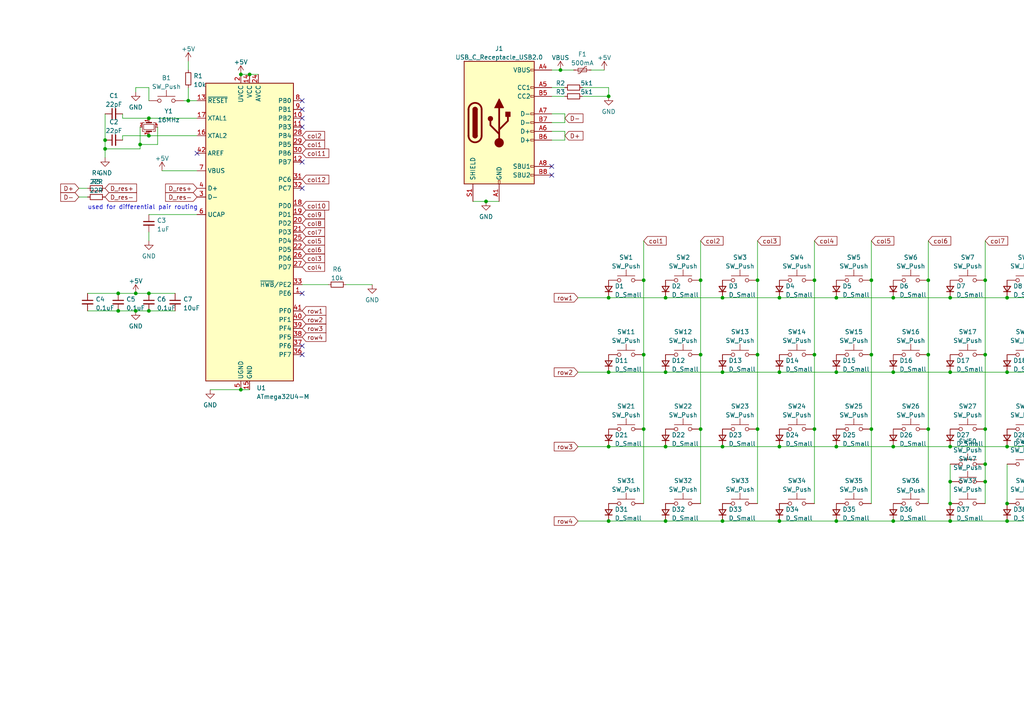
<source format=kicad_sch>
(kicad_sch (version 20211123) (generator eeschema)
  (paper "A4")
  (junction (at 30.48 40.64))
  (junction (at 193.04 86.36))
  (junction (at 351.79 81.28))
  (junction (at 275.59 86.36))
  (junction (at 259.08 151.13))
  (junction (at 236.22 81.28))
  (junction (at 39.37 90.17))
  (junction (at 43.18 39.37))
  (junction (at 209.55 86.36))
  (junction (at 236.22 102.87))
  (junction (at 341.63 151.13))
  (junction (at 275.59 139.7))
  (junction (at 252.73 102.87))
  (junction (at 292.1 151.13))
  (junction (at 219.71 102.87))
  (junction (at 219.71 81.28))
  (junction (at 242.57 107.95))
  (junction (at 209.55 107.95))
  (junction (at 292.1 146.05))
  (junction (at 358.14 86.36))
  (junction (at 209.55 129.54))
  (junction (at 285.75 124.46))
  (junction (at 34.29 90.17))
  (junction (at 259.08 86.36))
  (junction (at 308.61 151.13))
  (junction (at 325.12 107.95))
  (junction (at 203.2 102.87))
  (junction (at 325.12 151.13))
  (junction (at 269.24 124.46))
  (junction (at 226.06 86.36))
  (junction (at 203.2 81.28))
  (junction (at 43.18 90.17))
  (junction (at 335.28 102.87))
  (junction (at 358.14 129.54))
  (junction (at 176.53 86.36))
  (junction (at 308.61 107.95))
  (junction (at 252.73 81.28))
  (junction (at 176.53 151.13))
  (junction (at 358.14 107.95))
  (junction (at 368.3 124.46))
  (junction (at 186.69 102.87))
  (junction (at 292.1 86.36))
  (junction (at 292.1 129.54))
  (junction (at 219.71 124.46))
  (junction (at 302.26 81.28))
  (junction (at 368.3 81.28))
  (junction (at 275.59 107.95))
  (junction (at 335.28 81.28))
  (junction (at 285.75 81.28))
  (junction (at 34.29 85.09))
  (junction (at 285.75 139.7))
  (junction (at 318.77 81.28))
  (junction (at 318.77 124.46))
  (junction (at 242.57 129.54))
  (junction (at 325.12 129.54))
  (junction (at 351.79 102.87))
  (junction (at 275.59 151.13))
  (junction (at 242.57 151.13))
  (junction (at 226.06 107.95))
  (junction (at 236.22 124.46))
  (junction (at 368.3 102.87))
  (junction (at 69.85 21.59))
  (junction (at 335.28 124.46))
  (junction (at 318.77 102.87))
  (junction (at 140.97 58.42))
  (junction (at 209.55 151.13))
  (junction (at 226.06 151.13))
  (junction (at 341.63 86.36))
  (junction (at 40.64 41.91))
  (junction (at 226.06 129.54))
  (junction (at 43.18 85.09))
  (junction (at 302.26 102.87))
  (junction (at 302.26 124.46))
  (junction (at 341.63 129.54))
  (junction (at 176.53 107.95))
  (junction (at 43.18 34.29))
  (junction (at 269.24 102.87))
  (junction (at 193.04 107.95))
  (junction (at 302.26 134.62))
  (junction (at 176.53 27.94))
  (junction (at 72.39 21.59))
  (junction (at 269.24 81.28))
  (junction (at 242.57 86.36))
  (junction (at 275.59 129.54))
  (junction (at 54.61 29.21))
  (junction (at 259.08 129.54))
  (junction (at 325.12 86.36))
  (junction (at 176.53 129.54))
  (junction (at 186.69 81.28))
  (junction (at 252.73 124.46))
  (junction (at 162.56 20.32))
  (junction (at 351.79 124.46))
  (junction (at 186.69 124.46))
  (junction (at 193.04 151.13))
  (junction (at 259.08 107.95))
  (junction (at 69.85 113.03))
  (junction (at 308.61 86.36))
  (junction (at 308.61 129.54))
  (junction (at 275.59 146.05))
  (junction (at 292.1 107.95))
  (junction (at 285.75 102.87))
  (junction (at 358.14 151.13))
  (junction (at 39.37 85.09))
  (junction (at 203.2 124.46))
  (junction (at 341.63 107.95))
  (junction (at 285.75 134.62))
  (junction (at 193.04 129.54))
  (junction (at 30.48 43.18))
  (no_connect (at 57.15 44.45))
  (no_connect (at 87.63 54.61))
  (no_connect (at 87.63 36.83))
  (no_connect (at 87.63 34.29))
  (no_connect (at 87.63 31.75))
  (no_connect (at 87.63 29.21))
  (no_connect (at 87.63 46.99))
  (no_connect (at 87.63 85.09))
  (no_connect (at 87.63 100.33))
  (no_connect (at 87.63 102.87))
  (no_connect (at 160.02 50.8))
  (no_connect (at 160.02 48.26))
  (wire (pts (xy 236.22 124.46) (xy 236.22 146.05)))
  (wire (pts (xy 285.75 139.7) (xy 285.75 146.05)))
  (wire (pts (xy 318.77 124.46) (xy 318.77 146.05)))
  (wire (pts (xy 87.63 82.55) (xy 95.25 82.55)))
  (wire (pts (xy 137.16 58.42) (xy 140.97 58.42)))
  (wire (pts (xy 176.53 151.13) (xy 193.04 151.13)))
  (wire (pts (xy 275.59 134.62) (xy 275.59 139.7)))
  (wire (pts (xy 269.24 124.46) (xy 269.24 146.05)))
  (wire (pts (xy 318.77 102.87) (xy 318.77 124.46)))
  (wire (pts (xy 285.75 134.62) (xy 285.75 139.7)))
  (wire (pts (xy 46.99 49.53) (xy 57.15 49.53)))
  (wire (pts (xy 43.18 39.37) (xy 57.15 39.37)))
  (wire (pts (xy 168.91 27.94) (xy 176.53 27.94)))
  (wire (pts (xy 209.55 86.36) (xy 226.06 86.36)))
  (wire (pts (xy 252.73 81.28) (xy 252.73 102.87)))
  (wire (pts (xy 308.61 107.95) (xy 325.12 107.95)))
  (wire (pts (xy 242.57 107.95) (xy 259.08 107.95)))
  (wire (pts (xy 39.37 85.09) (xy 43.18 85.09)))
  (wire (pts (xy 318.77 69.85) (xy 318.77 81.28)))
  (wire (pts (xy 302.26 81.28) (xy 302.26 102.87)))
  (wire (pts (xy 219.71 124.46) (xy 219.71 146.05)))
  (wire (pts (xy 242.57 129.54) (xy 259.08 129.54)))
  (wire (pts (xy 39.37 25.4) (xy 39.37 26.67)))
  (wire (pts (xy 160.02 33.02) (xy 163.83 33.02)))
  (wire (pts (xy 318.77 81.28) (xy 318.77 102.87)))
  (wire (pts (xy 292.1 129.54) (xy 308.61 129.54)))
  (wire (pts (xy 259.08 86.36) (xy 275.59 86.36)))
  (wire (pts (xy 325.12 107.95) (xy 341.63 107.95)))
  (wire (pts (xy 285.75 102.87) (xy 285.75 124.46)))
  (wire (pts (xy 54.61 25.4) (xy 54.61 29.21)))
  (wire (pts (xy 308.61 151.13) (xy 325.12 151.13)))
  (wire (pts (xy 40.64 41.91) (xy 40.64 36.83)))
  (wire (pts (xy 252.73 69.85) (xy 252.73 81.28)))
  (wire (pts (xy 45.72 36.83) (xy 45.72 41.91)))
  (wire (pts (xy 259.08 129.54) (xy 275.59 129.54)))
  (wire (pts (xy 186.69 124.46) (xy 186.69 146.05)))
  (wire (pts (xy 368.3 69.85) (xy 368.3 81.28)))
  (wire (pts (xy 242.57 151.13) (xy 259.08 151.13)))
  (wire (pts (xy 167.64 129.54) (xy 176.53 129.54)))
  (wire (pts (xy 171.45 20.32) (xy 175.26 20.32)))
  (wire (pts (xy 358.14 86.36) (xy 374.65 86.36)))
  (wire (pts (xy 351.79 69.85) (xy 351.79 81.28)))
  (wire (pts (xy 176.53 25.4) (xy 176.53 27.94)))
  (wire (pts (xy 69.85 113.03) (xy 72.39 113.03)))
  (wire (pts (xy 219.71 81.28) (xy 219.71 102.87)))
  (wire (pts (xy 43.18 25.4) (xy 39.37 25.4)))
  (wire (pts (xy 302.26 124.46) (xy 302.26 134.62)))
  (wire (pts (xy 69.85 21.59) (xy 72.39 21.59)))
  (wire (pts (xy 43.18 39.37) (xy 35.56 39.37)))
  (wire (pts (xy 351.79 124.46) (xy 351.79 146.05)))
  (wire (pts (xy 168.91 25.4) (xy 176.53 25.4)))
  (wire (pts (xy 308.61 129.54) (xy 325.12 129.54)))
  (wire (pts (xy 22.86 54.61) (xy 25.4 54.61)))
  (wire (pts (xy 325.12 86.36) (xy 341.63 86.36)))
  (wire (pts (xy 54.61 29.21) (xy 57.15 29.21)))
  (wire (pts (xy 35.56 33.02) (xy 35.56 34.29)))
  (wire (pts (xy 308.61 86.36) (xy 325.12 86.36)))
  (wire (pts (xy 292.1 151.13) (xy 308.61 151.13)))
  (wire (pts (xy 335.28 102.87) (xy 335.28 124.46)))
  (wire (pts (xy 203.2 124.46) (xy 203.2 146.05)))
  (wire (pts (xy 259.08 107.95) (xy 275.59 107.95)))
  (wire (pts (xy 226.06 86.36) (xy 242.57 86.36)))
  (wire (pts (xy 176.53 86.36) (xy 193.04 86.36)))
  (wire (pts (xy 292.1 134.62) (xy 292.1 146.05)))
  (wire (pts (xy 43.18 85.09) (xy 50.8 85.09)))
  (wire (pts (xy 275.59 129.54) (xy 292.1 129.54)))
  (wire (pts (xy 275.59 107.95) (xy 292.1 107.95)))
  (wire (pts (xy 275.59 139.7) (xy 275.59 146.05)))
  (wire (pts (xy 35.56 39.37) (xy 35.56 40.64)))
  (wire (pts (xy 341.63 86.36) (xy 358.14 86.36)))
  (wire (pts (xy 186.69 81.28) (xy 186.69 102.87)))
  (wire (pts (xy 358.14 151.13) (xy 374.65 151.13)))
  (wire (pts (xy 167.64 107.95) (xy 176.53 107.95)))
  (wire (pts (xy 100.33 82.55) (xy 107.95 82.55)))
  (wire (pts (xy 209.55 129.54) (xy 226.06 129.54)))
  (wire (pts (xy 269.24 69.85) (xy 269.24 81.28)))
  (wire (pts (xy 72.39 21.59) (xy 74.93 21.59)))
  (wire (pts (xy 25.4 85.09) (xy 34.29 85.09)))
  (wire (pts (xy 39.37 90.17) (xy 43.18 90.17)))
  (wire (pts (xy 43.18 29.21) (xy 43.18 25.4)))
  (wire (pts (xy 368.3 81.28) (xy 368.3 102.87)))
  (wire (pts (xy 163.83 38.1) (xy 163.83 40.64)))
  (wire (pts (xy 269.24 102.87) (xy 269.24 124.46)))
  (wire (pts (xy 22.86 57.15) (xy 25.4 57.15)))
  (wire (pts (xy 203.2 102.87) (xy 203.2 124.46)))
  (wire (pts (xy 285.75 124.46) (xy 285.75 134.62)))
  (wire (pts (xy 43.18 62.23) (xy 57.15 62.23)))
  (wire (pts (xy 43.18 34.29) (xy 57.15 34.29)))
  (wire (pts (xy 43.18 90.17) (xy 50.8 90.17)))
  (wire (pts (xy 275.59 86.36) (xy 292.1 86.36)))
  (wire (pts (xy 358.14 107.95) (xy 374.65 107.95)))
  (wire (pts (xy 341.63 129.54) (xy 358.14 129.54)))
  (wire (pts (xy 186.69 69.85) (xy 186.69 81.28)))
  (wire (pts (xy 325.12 151.13) (xy 341.63 151.13)))
  (wire (pts (xy 341.63 151.13) (xy 358.14 151.13)))
  (wire (pts (xy 226.06 107.95) (xy 242.57 107.95)))
  (wire (pts (xy 259.08 151.13) (xy 275.59 151.13)))
  (wire (pts (xy 341.63 107.95) (xy 358.14 107.95)))
  (wire (pts (xy 193.04 151.13) (xy 209.55 151.13)))
  (wire (pts (xy 285.75 81.28) (xy 285.75 102.87)))
  (wire (pts (xy 34.29 90.17) (xy 39.37 90.17)))
  (wire (pts (xy 186.69 102.87) (xy 186.69 124.46)))
  (wire (pts (xy 30.48 43.18) (xy 40.64 43.18)))
  (wire (pts (xy 43.18 67.31) (xy 43.18 69.85)))
  (wire (pts (xy 219.71 102.87) (xy 219.71 124.46)))
  (wire (pts (xy 325.12 129.54) (xy 341.63 129.54)))
  (wire (pts (xy 335.28 81.28) (xy 335.28 102.87)))
  (wire (pts (xy 351.79 81.28) (xy 351.79 102.87)))
  (wire (pts (xy 368.3 102.87) (xy 368.3 124.46)))
  (wire (pts (xy 236.22 81.28) (xy 236.22 102.87)))
  (wire (pts (xy 358.14 129.54) (xy 374.65 129.54)))
  (wire (pts (xy 219.71 69.85) (xy 219.71 81.28)))
  (wire (pts (xy 368.3 124.46) (xy 368.3 146.05)))
  (wire (pts (xy 60.96 113.03) (xy 69.85 113.03)))
  (wire (pts (xy 53.34 29.21) (xy 54.61 29.21)))
  (wire (pts (xy 252.73 124.46) (xy 252.73 146.05)))
  (wire (pts (xy 351.79 102.87) (xy 351.79 124.46)))
  (wire (pts (xy 203.2 81.28) (xy 203.2 102.87)))
  (wire (pts (xy 335.28 124.46) (xy 335.28 146.05)))
  (wire (pts (xy 160.02 35.56) (xy 163.83 35.56)))
  (wire (pts (xy 54.61 17.78) (xy 54.61 20.32)))
  (wire (pts (xy 160.02 38.1) (xy 163.83 38.1)))
  (wire (pts (xy 236.22 102.87) (xy 236.22 124.46)))
  (wire (pts (xy 242.57 86.36) (xy 259.08 86.36)))
  (wire (pts (xy 285.75 69.85) (xy 285.75 81.28)))
  (wire (pts (xy 209.55 107.95) (xy 226.06 107.95)))
  (wire (pts (xy 302.26 69.85) (xy 302.26 81.28)))
  (wire (pts (xy 160.02 27.94) (xy 163.83 27.94)))
  (wire (pts (xy 160.02 25.4) (xy 163.83 25.4)))
  (wire (pts (xy 226.06 151.13) (xy 242.57 151.13)))
  (wire (pts (xy 292.1 86.36) (xy 308.61 86.36)))
  (wire (pts (xy 30.48 40.64) (xy 30.48 43.18)))
  (wire (pts (xy 45.72 41.91) (xy 40.64 41.91)))
  (wire (pts (xy 269.24 81.28) (xy 269.24 102.87)))
  (wire (pts (xy 302.26 102.87) (xy 302.26 124.46)))
  (wire (pts (xy 167.64 86.36) (xy 176.53 86.36)))
  (wire (pts (xy 209.55 151.13) (xy 226.06 151.13)))
  (wire (pts (xy 30.48 33.02) (xy 30.48 40.64)))
  (wire (pts (xy 193.04 107.95) (xy 209.55 107.95)))
  (wire (pts (xy 162.56 20.32) (xy 166.37 20.32)))
  (wire (pts (xy 193.04 129.54) (xy 209.55 129.54)))
  (wire (pts (xy 275.59 151.13) (xy 292.1 151.13)))
  (wire (pts (xy 252.73 102.87) (xy 252.73 124.46)))
  (wire (pts (xy 335.28 69.85) (xy 335.28 81.28)))
  (wire (pts (xy 160.02 20.32) (xy 162.56 20.32)))
  (wire (pts (xy 40.64 41.91) (xy 40.64 43.18)))
  (wire (pts (xy 30.48 43.18) (xy 30.48 45.72)))
  (wire (pts (xy 25.4 90.17) (xy 34.29 90.17)))
  (wire (pts (xy 163.83 35.56) (xy 163.83 33.02)))
  (wire (pts (xy 292.1 107.95) (xy 308.61 107.95)))
  (wire (pts (xy 167.64 151.13) (xy 176.53 151.13)))
  (wire (pts (xy 226.06 129.54) (xy 242.57 129.54)))
  (wire (pts (xy 34.29 85.09) (xy 39.37 85.09)))
  (wire (pts (xy 203.2 69.85) (xy 203.2 81.28)))
  (wire (pts (xy 193.04 86.36) (xy 209.55 86.36)))
  (wire (pts (xy 160.02 40.64) (xy 163.83 40.64)))
  (wire (pts (xy 302.26 134.62) (xy 302.26 146.05)))
  (wire (pts (xy 43.18 34.29) (xy 35.56 34.29)))
  (wire (pts (xy 176.53 129.54) (xy 193.04 129.54)))
  (wire (pts (xy 236.22 69.85) (xy 236.22 81.28)))
  (wire (pts (xy 176.53 107.95) (xy 193.04 107.95)))
  (wire (pts (xy 140.97 58.42) (xy 144.78 58.42)))
  (text "used for differential pair routing\n" (at 25.4 60.96 0) (effects (font (size 1.27 1.27)) (justify left bottom)))
  (global_label "col2" (shape input) (at 203.2 69.85 0) (property "Intersheet References" "${INTERSHEET_REFS}" (effects hide)))
  (global_label "col9" (shape input) (at 318.77 69.85 0) (property "Intersheet References" "${INTERSHEET_REFS}" (effects hide)))
  (global_label "D+" (shape input) (at 22.86 54.61 180) (property "Intersheet References" "${INTERSHEET_REFS}" (effects hide)))
  (global_label "col6" (shape input) (at 269.24 69.85 0) (property "Intersheet References" "${INTERSHEET_REFS}" (effects hide)))
  (global_label "col2" (shape input) (at 87.63 39.37 0) (property "Intersheet References" "${INTERSHEET_REFS}" (effects hide)))
  (global_label "col1" (shape input) (at 186.69 69.85 0) (property "Intersheet References" "${INTERSHEET_REFS}" (effects hide)))
  (global_label "D-" (shape input) (at 22.86 57.15 180) (property "Intersheet References" "${INTERSHEET_REFS}" (effects hide)))
  (global_label "col4" (shape input) (at 87.63 77.47 0) (property "Intersheet References" "${INTERSHEET_REFS}" (effects hide)))
  (global_label "row1" (shape input) (at 87.63 90.17 0) (property "Intersheet References" "${INTERSHEET_REFS}" (effects hide)))
  (global_label "D_res-" (shape input) (at 30.48 57.15 0) (property "Intersheet References" "${INTERSHEET_REFS}" (effects hide)))
  (global_label "row3" (shape input) (at 167.64 129.54 180) (property "Intersheet References" "${INTERSHEET_REFS}" (effects hide)))
  (global_label "col7" (shape input) (at 87.63 67.31 0) (property "Intersheet References" "${INTERSHEET_REFS}" (effects hide)))
  (global_label "row4" (shape input) (at 87.63 97.79 0) (property "Intersheet References" "${INTERSHEET_REFS}" (effects hide)))
  (global_label "D-" (shape input) (at 163.83 34.29 0) (property "Intersheet References" "${INTERSHEET_REFS}" (effects hide)))
  (global_label "D_res-" (shape input) (at 57.15 57.15 180) (property "Intersheet References" "${INTERSHEET_REFS}" (effects hide)))
  (global_label "row1" (shape input) (at 167.64 86.36 180) (property "Intersheet References" "${INTERSHEET_REFS}" (effects hide)))
  (global_label "col10" (shape input) (at 335.28 69.85 0) (property "Intersheet References" "${INTERSHEET_REFS}" (effects hide)))
  (global_label "col8" (shape input) (at 87.63 64.77 0) (property "Intersheet References" "${INTERSHEET_REFS}" (effects hide)))
  (global_label "col3" (shape input) (at 87.63 74.93 0) (property "Intersheet References" "${INTERSHEET_REFS}" (effects hide)))
  (global_label "col1" (shape input) (at 87.63 41.91 0) (property "Intersheet References" "${INTERSHEET_REFS}" (effects hide)))
  (global_label "col11" (shape input) (at 87.63 44.45 0) (property "Intersheet References" "${INTERSHEET_REFS}" (effects hide)))
  (global_label "col3" (shape input) (at 219.71 69.85 0) (property "Intersheet References" "${INTERSHEET_REFS}" (effects hide)))
  (global_label "col10" (shape input) (at 87.63 59.69 0) (property "Intersheet References" "${INTERSHEET_REFS}" (effects hide)))
  (global_label "col12" (shape input) (at 87.63 52.07 0) (property "Intersheet References" "${INTERSHEET_REFS}" (effects hide)))
  (global_label "row3" (shape input) (at 87.63 95.25 0) (property "Intersheet References" "${INTERSHEET_REFS}" (effects hide)))
  (global_label "col9" (shape input) (at 87.63 62.23 0) (property "Intersheet References" "${INTERSHEET_REFS}" (effects hide)))
  (global_label "col7" (shape input) (at 285.75 69.85 0) (property "Intersheet References" "${INTERSHEET_REFS}" (effects hide)))
  (global_label "col8" (shape input) (at 302.26 69.85 0) (property "Intersheet References" "${INTERSHEET_REFS}" (effects hide)))
  (global_label "row2" (shape input) (at 167.64 107.95 180) (property "Intersheet References" "${INTERSHEET_REFS}" (effects hide)))
  (global_label "D_res+" (shape input) (at 57.15 54.61 180) (property "Intersheet References" "${INTERSHEET_REFS}" (effects hide)))
  (global_label "col4" (shape input) (at 236.22 69.85 0) (property "Intersheet References" "${INTERSHEET_REFS}" (effects hide)))
  (global_label "col11" (shape input) (at 351.79 69.85 0) (property "Intersheet References" "${INTERSHEET_REFS}" (effects hide)))
  (global_label "col5" (shape input) (at 87.63 69.85 0) (property "Intersheet References" "${INTERSHEET_REFS}" (effects hide)))
  (global_label "row2" (shape input) (at 87.63 92.71 0) (property "Intersheet References" "${INTERSHEET_REFS}" (effects hide)))
  (global_label "D+" (shape input) (at 163.83 39.37 0) (property "Intersheet References" "${INTERSHEET_REFS}" (effects hide)))
  (global_label "col6" (shape input) (at 87.63 72.39 0) (property "Intersheet References" "${INTERSHEET_REFS}" (effects hide)))
  (global_label "col12" (shape input) (at 368.3 69.85 0) (property "Intersheet References" "${INTERSHEET_REFS}" (effects hide)))
  (global_label "col5" (shape input) (at 252.73 69.85 0) (property "Intersheet References" "${INTERSHEET_REFS}" (effects hide)))
  (global_label "D_res+" (shape input) (at 30.48 54.61 0) (property "Intersheet References" "${INTERSHEET_REFS}" (effects hide)))
  (global_label "row4" (shape input) (at 167.64 151.13 180) (property "Intersheet References" "${INTERSHEET_REFS}" (effects hide)))
  (symbol (lib_id "Switch:SW_Push") (at 264.16 102.87 0) (unit 1)
    (property "Reference" "SW16" (at 264.16 96.2492 0))
    (property "Value" "SW_Push" (at 264.16 98.7861 0))
    (property "Footprint" "keyswitches:Kailh_socket_PG1350" (effects hide))
  )
  (symbol (lib_id "Device:Crystal_GND24_Small") (at 43.18 36.83 270) (unit 1)
    (property "Reference" "Y1" (at 48.9139 32.2411 90))
    (property "Value" "16MHz" (at 48.9139 34.778 90))
    (property "Footprint" "Crystal:Crystal_SMD_3225-4Pin_3.2x2.5mm" (effects hide))
  )
  (symbol (lib_id "Device:D_Small") (at 308.61 127 90) (unit 1)
    (property "Reference" "D29" (at 310.388 126.1653 90) (effects (justify right)))
    (property "Value" "D_Small" (at 310.388 128.7022 90) (effects (justify right)))
    (property "Footprint" "Diode_SMD:D_SOD-323" (effects hide))
  )
  (symbol (lib_id "power:+5V") (at 175.26 20.32 0) (unit 1)
    (property "Reference" "#PWR03" (effects hide))
    (property "Value" "+5V" (at 175.26 16.7442 0))
  )
  (symbol (lib_id "Device:D_Small") (at 259.08 127 90) (unit 1)
    (property "Reference" "D26" (at 260.858 126.1653 90) (effects (justify right)))
    (property "Value" "D_Small" (at 260.858 128.7022 90) (effects (justify right)))
    (property "Footprint" "Diode_SMD:D_SOD-323" (effects hide))
  )
  (symbol (lib_id "Device:R_Small") (at 27.94 57.15 90) (unit 1)
    (property "Reference" "R5" (at 27.94 52.7136 90))
    (property "Value" "22R" (at 27.94 55.2505 90))
    (property "Footprint" "Resistor_SMD:R_0402_1005Metric" (effects hide))
  )
  (symbol (lib_id "Switch:SW_Push") (at 313.69 81.28 0) (unit 1)
    (property "Reference" "SW9" (at 313.69 74.6592 0))
    (property "Value" "SW_Push" (at 313.69 77.1961 0))
    (property "Footprint" "keyswitches:Kailh_socket_PG1350" (effects hide))
  )
  (symbol (lib_id "Switch:SW_Push") (at 346.71 81.28 0) (unit 1)
    (property "Reference" "SW41" (at 346.71 74.6592 0))
    (property "Value" "SW_Push" (at 346.71 77.1961 0))
    (property "Footprint" "keyswitches:Kailh_socket_PG1350" (effects hide))
  )
  (symbol (lib_id "Switch:SW_Push") (at 181.61 146.05 0) (unit 1)
    (property "Reference" "SW31" (at 181.61 139.4292 0))
    (property "Value" "SW_Push" (at 181.61 141.9661 0))
    (property "Footprint" "keyswitches:Kailh_socket_PG1350" (effects hide))
  )
  (symbol (lib_id "Switch:SW_Push") (at 280.67 134.62 0) (unit 1)
    (property "Reference" "SW50" (at 280.67 127.9992 0))
    (property "Value" "SW_Push" (at 280.67 130.5361 0))
    (property "Footprint" "keyswitches:Kailh_socket_PG1350" (effects hide))
  )
  (symbol (lib_id "Device:D_Small") (at 176.53 83.82 90) (unit 1)
    (property "Reference" "D1" (at 178.308 82.9853 90) (effects (justify right)))
    (property "Value" "D_Small" (at 178.308 85.5222 90) (effects (justify right)))
    (property "Footprint" "Diode_SMD:D_SOD-323" (effects hide))
  )
  (symbol (lib_id "Device:D_Small") (at 209.55 127 90) (unit 1)
    (property "Reference" "D23" (at 211.328 126.1653 90) (effects (justify right)))
    (property "Value" "D_Small" (at 211.328 128.7022 90) (effects (justify right)))
    (property "Footprint" "Diode_SMD:D_SOD-323" (effects hide))
  )
  (symbol (lib_id "Switch:SW_Push") (at 214.63 124.46 0) (unit 1)
    (property "Reference" "SW23" (at 214.63 117.8392 0))
    (property "Value" "SW_Push" (at 214.63 120.3761 0))
    (property "Footprint" "keyswitches:Kailh_socket_PG1350" (effects hide))
  )
  (symbol (lib_id "Device:D_Small") (at 292.1 83.82 90) (unit 1)
    (property "Reference" "D8" (at 293.878 82.9853 90) (effects (justify right)))
    (property "Value" "D_Small" (at 293.878 85.5222 90) (effects (justify right)))
    (property "Footprint" "Diode_SMD:D_SOD-323" (effects hide))
  )
  (symbol (lib_id "Switch:SW_Push") (at 363.22 102.87 0) (unit 1)
    (property "Reference" "SW44" (at 363.22 96.2492 0))
    (property "Value" "SW_Push" (at 363.22 98.7861 0))
    (property "Footprint" "keyswitches:Kailh_socket_PG1350" (effects hide))
  )
  (symbol (lib_id "power:GND") (at 176.53 27.94 0) (unit 1)
    (property "Reference" "#PWR06" (effects hide))
    (property "Value" "GND" (at 176.53 32.3834 0))
  )
  (symbol (lib_id "Switch:SW_Push") (at 231.14 81.28 0) (unit 1)
    (property "Reference" "SW4" (at 231.14 74.6592 0))
    (property "Value" "SW_Push" (at 231.14 77.1961 0))
    (property "Footprint" "keyswitches:Kailh_socket_PG1350" (effects hide))
  )
  (symbol (lib_id "Device:D_Small") (at 193.04 148.59 90) (unit 1)
    (property "Reference" "D32" (at 194.818 147.7553 90) (effects (justify right)))
    (property "Value" "D_Small" (at 194.818 150.2922 90) (effects (justify right)))
    (property "Footprint" "Diode_SMD:D_SOD-323" (effects hide))
  )
  (symbol (lib_id "power:+5V") (at 46.99 49.53 0) (unit 1)
    (property "Reference" "#PWR08" (effects hide))
    (property "Value" "+5V" (at 46.99 45.9542 0))
  )
  (symbol (lib_id "Device:D_Small") (at 209.55 83.82 90) (unit 1)
    (property "Reference" "D3" (at 211.328 82.9853 90) (effects (justify right)))
    (property "Value" "D_Small" (at 211.328 85.5222 90) (effects (justify right)))
    (property "Footprint" "Diode_SMD:D_SOD-323" (effects hide))
  )
  (symbol (lib_id "Switch:SW_Push") (at 214.63 102.87 0) (unit 1)
    (property "Reference" "SW13" (at 214.63 96.2492 0))
    (property "Value" "SW_Push" (at 214.63 98.7861 0))
    (property "Footprint" "keyswitches:Kailh_socket_PG1350" (effects hide))
  )
  (symbol (lib_id "Switch:SW_Push") (at 181.61 124.46 0) (unit 1)
    (property "Reference" "SW21" (at 181.61 117.8392 0))
    (property "Value" "SW_Push" (at 181.61 120.3761 0))
    (property "Footprint" "keyswitches:Kailh_socket_PG1350" (effects hide))
  )
  (symbol (lib_id "power:GND") (at 39.37 90.17 0) (unit 1)
    (property "Reference" "#PWR013" (effects hide))
    (property "Value" "GND" (at 39.37 94.6134 0))
  )
  (symbol (lib_id "Device:D_Small") (at 325.12 83.82 90) (unit 1)
    (property "Reference" "D10" (at 326.898 82.9853 90) (effects (justify right)))
    (property "Value" "D_Small" (at 326.898 85.5222 90) (effects (justify right)))
    (property "Footprint" "Diode_SMD:D_SOD-323" (effects hide))
  )
  (symbol (lib_id "Device:D_Small") (at 193.04 83.82 90) (unit 1)
    (property "Reference" "D2" (at 194.818 82.9853 90) (effects (justify right)))
    (property "Value" "D_Small" (at 194.818 85.5222 90) (effects (justify right)))
    (property "Footprint" "Diode_SMD:D_SOD-323" (effects hide))
  )
  (symbol (lib_id "power:+5V") (at 39.37 85.09 0) (unit 1)
    (property "Reference" "#PWR012" (effects hide))
    (property "Value" "+5V" (at 39.37 81.5142 0))
  )
  (symbol (lib_id "Switch:SW_Push") (at 297.18 134.62 0) (unit 1)
    (property "Reference" "SW51" (at 297.18 127.9992 0))
    (property "Value" "SW_Push" (at 297.18 130.5361 0))
    (property "Footprint" "keyswitches:Kailh_socket_PG1350" (effects hide))
  )
  (symbol (lib_id "Device:D_Small") (at 209.55 148.59 90) (unit 1)
    (property "Reference" "D33" (at 211.328 147.7553 90) (effects (justify right)))
    (property "Value" "D_Small" (at 211.328 150.2922 90) (effects (justify right)))
    (property "Footprint" "Diode_SMD:D_SOD-323" (effects hide))
  )
  (symbol (lib_id "Mechanical:MountingHole") (at 302.26 186.69 0) (unit 1)
    (property "Reference" "H5" (at 304.8 185.8553 0) (effects (justify left)))
    (property "Value" "MountingHole" (at 304.8 188.3922 0) (effects (justify left)))
    (property "Footprint" "MountingHole:MountingHole_2.2mm_M2_ISO7380" (effects hide))
  )
  (symbol (lib_id "Mechanical:MountingHole") (at 309.88 173.99 0) (unit 1)
    (property "Reference" "H2" (at 312.42 173.1553 0) (effects (justify left)))
    (property "Value" "MountingHole" (at 312.42 175.6922 0) (effects (justify left)))
    (property "Footprint" "MountingHole:MountingHole_2.2mm_M2_ISO7380" (effects hide))
  )
  (symbol (lib_id "Device:D_Small") (at 209.55 105.41 90) (unit 1)
    (property "Reference" "D13" (at 211.328 104.5753 90) (effects (justify right)))
    (property "Value" "D_Small" (at 211.328 107.1122 90) (effects (justify right)))
    (property "Footprint" "Diode_SMD:D_SOD-323" (effects hide))
  )
  (symbol (lib_id "Switch:SW_Push") (at 48.26 29.21 0) (unit 1)
    (property "Reference" "B1" (at 48.26 22.5892 0))
    (property "Value" "SW_Push" (at 48.26 25.1261 0))
    (property "Footprint" "Button_Switch_SMD:SW_SPST_SKQG_WithoutStem" (effects hide))
  )
  (symbol (lib_id "Device:D_Small") (at 325.12 127 90) (unit 1)
    (property "Reference" "D30" (at 326.898 126.1653 90) (effects (justify right)))
    (property "Value" "D_Small" (at 326.898 128.7022 90) (effects (justify right)))
    (property "Footprint" "Diode_SMD:D_SOD-323" (effects hide))
  )
  (symbol (lib_id "Switch:SW_Push") (at 330.2 146.05 0) (unit 1)
    (property "Reference" "SW40" (at 330.2 139.4292 0))
    (property "Value" "SW_Push" (at 330.2 141.9661 0))
    (property "Footprint" "keyswitches:Kailh_socket_PG1350" (effects hide))
  )
  (symbol (lib_id "Switch:SW_Push") (at 363.22 81.28 0) (unit 1)
    (property "Reference" "SW42" (at 363.22 74.6592 0))
    (property "Value" "SW_Push" (at 363.22 77.1961 0))
    (property "Footprint" "keyswitches:Kailh_socket_PG1350" (effects hide))
  )
  (symbol (lib_id "Device:D_Small") (at 242.57 148.59 90) (unit 1)
    (property "Reference" "D35" (at 244.348 147.7553 90) (effects (justify right)))
    (property "Value" "D_Small" (at 244.348 150.2922 90) (effects (justify right)))
    (property "Footprint" "Diode_SMD:D_SOD-323" (effects hide))
  )
  (symbol (lib_id "Switch:SW_Push") (at 247.65 146.05 0) (unit 1)
    (property "Reference" "SW35" (at 247.65 139.4292 0))
    (property "Value" "SW_Push" (at 247.65 141.9661 0))
    (property "Footprint" "keyswitches:Kailh_socket_PG1350" (effects hide))
  )
  (symbol (lib_id "Device:C_Small") (at 33.02 33.02 90) (unit 1)
    (property "Reference" "C1" (at 33.0263 27.7581 90))
    (property "Value" "22pF" (at 33.0263 30.295 90))
    (property "Footprint" "Capacitor_SMD:C_0402_1005Metric" (effects hide))
  )
  (symbol (lib_id "Switch:SW_Push") (at 198.12 81.28 0) (unit 1)
    (property "Reference" "SW2" (at 198.12 74.6592 0))
    (property "Value" "SW_Push" (at 198.12 77.1961 0))
    (property "Footprint" "keyswitches:Kailh_socket_PG1350" (effects hide))
  )
  (symbol (lib_id "Device:R_Small") (at 27.94 54.61 90) (unit 1)
    (property "Reference" "R4" (at 27.94 50.1736 90))
    (property "Value" "22R" (at 27.94 52.7105 90))
    (property "Footprint" "Resistor_SMD:R_0402_1005Metric" (effects hide))
  )
  (symbol (lib_id "Switch:SW_Push") (at 313.69 102.87 0) (unit 1)
    (property "Reference" "SW19" (at 313.69 96.2492 0))
    (property "Value" "SW_Push" (at 313.69 98.7861 0))
    (property "Footprint" "keyswitches:Kailh_socket_PG1350" (effects hide))
  )
  (symbol (lib_id "Switch:SW_Push") (at 297.18 81.28 0) (unit 1)
    (property "Reference" "SW8" (at 297.18 74.6592 0))
    (property "Value" "SW_Push" (at 297.18 77.1961 0))
    (property "Footprint" "keyswitches:Kailh_socket_PG1350" (effects hide))
  )
  (symbol (lib_id "Connector:USB_C_Receptacle_USB2.0") (at 144.78 35.56 0) (unit 1)
    (property "Reference" "J1" (at 144.78 14.0802 0))
    (property "Value" "USB_C_Receptacle_USB2.0" (at 144.78 16.6171 0))
    (property "Footprint" "Connector_USB:USB_C_Receptacle_XKB_U262-16XN-4BVC11" (effects hide))
    (property "Datasheet" "https://www.usb.org/sites/default/files/documents/usb_type-c.zip" (effects hide))
  )
  (symbol (lib_id "Device:R_Small") (at 97.79 82.55 90) (unit 1)
    (property "Reference" "R6" (at 97.79 78.1136 90))
    (property "Value" "10k" (at 97.79 80.6505 90))
    (property "Footprint" "Resistor_SMD:R_0402_1005Metric" (effects hide))
  )
  (symbol (lib_id "Device:D_Small") (at 341.63 105.41 90) (unit 1)
    (property "Reference" "D43" (at 343.408 104.5753 90) (effects (justify right)))
    (property "Value" "D_Small" (at 343.408 107.1122 90) (effects (justify right)))
    (property "Footprint" "Diode_SMD:D_SOD-323" (effects hide))
  )
  (symbol (lib_id "Device:D_Small") (at 292.1 127 90) (unit 1)
    (property "Reference" "D28" (at 293.878 126.1653 90) (effects (justify right)))
    (property "Value" "D_Small" (at 293.878 128.7022 90) (effects (justify right)))
    (property "Footprint" "Diode_SMD:D_SOD-323" (effects hide))
  )
  (symbol (lib_id "Device:D_Small") (at 341.63 148.59 90) (unit 1)
    (property "Reference" "D47" (at 343.408 147.7553 90) (effects (justify right)))
    (property "Value" "D_Small" (at 343.408 150.2922 90) (effects (justify right)))
    (property "Footprint" "Diode_SMD:D_SOD-323" (effects hide))
  )
  (symbol (lib_id "power:GND") (at 30.48 45.72 0) (unit 1)
    (property "Reference" "#PWR07" (effects hide))
    (property "Value" "GND" (at 30.48 50.1634 0))
  )
  (symbol (lib_id "Device:D_Small") (at 292.1 148.59 90) (unit 1)
    (property "Reference" "D38" (at 293.878 147.7553 90) (effects (justify right)))
    (property "Value" "D_Small" (at 293.878 150.2922 90) (effects (justify right)))
    (property "Footprint" "Diode_SMD:D_SOD-323" (effects hide))
  )
  (symbol (lib_id "Switch:SW_Push") (at 346.71 124.46 0) (unit 1)
    (property "Reference" "SW45" (at 346.71 117.8392 0))
    (property "Value" "SW_Push" (at 346.71 120.3761 0))
    (property "Footprint" "keyswitches:Kailh_socket_PG1350" (effects hide))
  )
  (symbol (lib_id "Device:D_Small") (at 242.57 83.82 90) (unit 1)
    (property "Reference" "D5" (at 244.348 82.9853 90) (effects (justify right)))
    (property "Value" "D_Small" (at 244.348 85.5222 90) (effects (justify right)))
    (property "Footprint" "Diode_SMD:D_SOD-323" (effects hide))
  )
  (symbol (lib_id "Device:D_Small") (at 176.53 105.41 90) (unit 1)
    (property "Reference" "D11" (at 178.308 104.5753 90) (effects (justify right)))
    (property "Value" "D_Small" (at 178.308 107.1122 90) (effects (justify right)))
    (property "Footprint" "Diode_SMD:D_SOD-323" (effects hide))
  )
  (symbol (lib_id "power:GND") (at 60.96 113.03 0) (unit 1)
    (property "Reference" "#PWR014" (effects hide))
    (property "Value" "GND" (at 60.96 117.4734 0))
  )
  (symbol (lib_id "Device:C_Small") (at 50.8 87.63 0) (unit 1)
    (property "Reference" "C7" (at 53.1241 86.8016 0) (effects (justify left)))
    (property "Value" "10uF" (at 53.1241 89.3385 0) (effects (justify left)))
    (property "Footprint" "Capacitor_SMD:C_0402_1005Metric" (effects hide))
  )
  (symbol (lib_id "Switch:SW_Push") (at 264.16 81.28 0) (unit 1)
    (property "Reference" "SW6" (at 264.16 74.6592 0))
    (property "Value" "SW_Push" (at 264.16 77.1961 0))
    (property "Footprint" "keyswitches:Kailh_socket_PG1350" (effects hide))
  )
  (symbol (lib_id "Device:D_Small") (at 226.06 83.82 90) (unit 1)
    (property "Reference" "D4" (at 227.838 82.9853 90) (effects (justify right)))
    (property "Value" "D_Small" (at 227.838 85.5222 90) (effects (justify right)))
    (property "Footprint" "Diode_SMD:D_SOD-323" (effects hide))
  )
  (symbol (lib_id "Device:D_Small") (at 176.53 127 90) (unit 1)
    (property "Reference" "D21" (at 178.308 126.1653 90) (effects (justify right)))
    (property "Value" "D_Small" (at 178.308 128.7022 90) (effects (justify right)))
    (property "Footprint" "Diode_SMD:D_SOD-323" (effects hide))
  )
  (symbol (lib_id "Switch:SW_Push") (at 231.14 146.05 0) (unit 1)
    (property "Reference" "SW34" (at 231.14 139.4292 0))
    (property "Value" "SW_Push" (at 231.14 141.9661 0))
    (property "Footprint" "keyswitches:Kailh_socket_PG1350" (effects hide))
  )
  (symbol (lib_id "Device:D_Small") (at 308.61 148.59 90) (unit 1)
    (property "Reference" "D39" (at 310.388 147.7553 90) (effects (justify right)))
    (property "Value" "D_Small" (at 310.388 150.2922 90) (effects (justify right)))
    (property "Footprint" "Diode_SMD:D_SOD-323" (effects hide))
  )
  (symbol (lib_id "Switch:SW_Push") (at 247.65 81.28 0) (unit 1)
    (property "Reference" "SW5" (at 247.65 74.6592 0))
    (property "Value" "SW_Push" (at 247.65 77.1961 0))
    (property "Footprint" "keyswitches:Kailh_socket_PG1350" (effects hide))
  )
  (symbol (lib_id "Device:D_Small") (at 292.1 105.41 90) (unit 1)
    (property "Reference" "D18" (at 293.878 104.5753 90) (effects (justify right)))
    (property "Value" "D_Small" (at 293.878 107.1122 90) (effects (justify right)))
    (property "Footprint" "Diode_SMD:D_SOD-323" (effects hide))
  )
  (symbol (lib_id "Switch:SW_Push") (at 280.67 139.7 0) (unit 1)
    (property "Reference" "SW47" (at 280.67 133.0792 0))
    (property "Value" "SW_Push" (at 280.67 135.6161 0))
    (property "Footprint" "keyswitches:Kailh_socket_PG1350" (effects hide))
  )
  (symbol (lib_id "Switch:SW_Push") (at 313.69 124.46 0) (unit 1)
    (property "Reference" "SW29" (at 313.69 117.8392 0))
    (property "Value" "SW_Push" (at 313.69 120.3761 0))
    (property "Footprint" "keyswitches:Kailh_socket_PG1350" (effects hide))
  )
  (symbol (lib_id "Switch:SW_Push") (at 297.18 102.87 0) (unit 1)
    (property "Reference" "SW18" (at 297.18 96.2492 0))
    (property "Value" "SW_Push" (at 297.18 98.7861 0))
    (property "Footprint" "keyswitches:Kailh_socket_PG1350" (effects hide))
  )
  (symbol (lib_id "power:+5V") (at 54.61 17.78 0) (unit 1)
    (property "Reference" "#PWR01" (effects hide))
    (property "Value" "+5V" (at 54.61 14.2042 0))
  )
  (symbol (lib_id "Switch:SW_Push") (at 280.67 124.46 0) (unit 1)
    (property "Reference" "SW27" (at 280.67 117.8392 0))
    (property "Value" "SW_Push" (at 280.67 120.3761 0))
    (property "Footprint" "keyswitches:Kailh_socket_PG1350" (effects hide))
  )
  (symbol (lib_id "Device:C_Small") (at 43.18 87.63 0) (unit 1)
    (property "Reference" "C6" (at 45.5041 86.8016 0) (effects (justify left)))
    (property "Value" "0.1uF" (at 45.5041 89.3385 0) (effects (justify left)))
    (property "Footprint" "Capacitor_SMD:C_0402_1005Metric" (effects hide))
  )
  (symbol (lib_id "Switch:SW_Push") (at 297.18 146.05 0) (unit 1)
    (property "Reference" "SW38" (at 297.18 139.4292 0))
    (property "Value" "SW_Push" (at 297.18 141.9661 0))
    (property "Footprint" "keyswitches:Kailh_socket_PG1350" (effects hide))
  )
  (symbol (lib_id "Device:D_Small") (at 226.06 105.41 90) (unit 1)
    (property "Reference" "D14" (at 227.838 104.5753 90) (effects (justify right)))
    (property "Value" "D_Small" (at 227.838 107.1122 90) (effects (justify right)))
    (property "Footprint" "Diode_SMD:D_SOD-323" (effects hide))
  )
  (symbol (lib_id "Device:D_Small") (at 242.57 127 90) (unit 1)
    (property "Reference" "D25" (at 244.348 126.1653 90) (effects (justify right)))
    (property "Value" "D_Small" (at 244.348 128.7022 90) (effects (justify right)))
    (property "Footprint" "Diode_SMD:D_SOD-323" (effects hide))
  )
  (symbol (lib_id "power:GND") (at 107.95 82.55 0) (unit 1)
    (property "Reference" "#PWR011" (effects hide))
    (property "Value" "GND" (at 107.95 86.9934 0))
  )
  (symbol (lib_id "Device:D_Small") (at 176.53 148.59 90) (unit 1)
    (property "Reference" "D31" (at 178.308 147.7553 90) (effects (justify right)))
    (property "Value" "D_Small" (at 178.308 150.2922 90) (effects (justify right)))
    (property "Footprint" "Diode_SMD:D_SOD-323" (effects hide))
  )
  (symbol (lib_id "Switch:SW_Push") (at 346.71 146.05 0) (unit 1)
    (property "Reference" "SW48" (at 346.71 139.4292 0))
    (property "Value" "SW_Push" (at 346.71 141.9661 0))
    (property "Footprint" "keyswitches:Kailh_socket_PG1350" (effects hide))
  )
  (symbol (lib_id "Switch:SW_Push") (at 363.22 124.46 0) (unit 1)
    (property "Reference" "SW46" (at 363.22 117.8392 0))
    (property "Value" "SW_Push" (at 363.22 120.3761 0))
    (property "Footprint" "keyswitches:Kailh_socket_PG1350" (effects hide))
  )
  (symbol (lib_id "Device:D_Small") (at 275.59 105.41 90) (unit 1)
    (property "Reference" "D17" (at 277.368 104.5753 90) (effects (justify right)))
    (property "Value" "D_Small" (at 277.368 107.1122 90) (effects (justify right)))
    (property "Footprint" "Diode_SMD:D_SOD-323" (effects hide))
  )
  (symbol (lib_id "Mechanical:MountingHole") (at 309.88 186.69 0) (unit 1)
    (property "Reference" "H6" (at 312.42 185.8553 0) (effects (justify left)))
    (property "Value" "MountingHole" (at 312.42 188.3922 0) (effects (justify left)))
    (property "Footprint" "MountingHole:MountingHole_2.2mm_M2_ISO7380" (effects hide))
  )
  (symbol (lib_id "Device:R_Small") (at 54.61 22.86 0) (unit 1)
    (property "Reference" "R1" (at 56.1086 22.0253 0) (effects (justify left)))
    (property "Value" "10k" (at 56.1086 24.5622 0) (effects (justify left)))
    (property "Footprint" "Resistor_SMD:R_0402_1005Metric" (effects hide))
  )
  (symbol (lib_id "Device:D_Small") (at 226.06 148.59 90) (unit 1)
    (property "Reference" "D34" (at 227.838 147.7553 90) (effects (justify right)))
    (property "Value" "D_Small" (at 227.838 150.2922 90) (effects (justify right)))
    (property "Footprint" "Diode_SMD:D_SOD-323" (effects hide))
  )
  (symbol (lib_id "Mechanical:MountingHole") (at 302.26 180.34 0) (unit 1)
    (property "Reference" "H3" (at 304.8 179.5053 0) (effects (justify left)))
    (property "Value" "MountingHole" (at 304.8 182.0422 0) (effects (justify left)))
    (property "Footprint" "MountingHole:MountingHole_2.2mm_M2_ISO7380" (effects hide))
  )
  (symbol (lib_id "Device:D_Small") (at 358.14 83.82 90) (unit 1)
    (property "Reference" "D42" (at 359.918 82.9853 90) (effects (justify right)))
    (property "Value" "D_Small" (at 359.918 85.5222 90) (effects (justify right)))
    (property "Footprint" "Diode_SMD:D_SOD-323" (effects hide))
  )
  (symbol (lib_id "Switch:SW_Push") (at 280.67 102.87 0) (unit 1)
    (property "Reference" "SW17" (at 280.67 96.2492 0))
    (property "Value" "SW_Push" (at 280.67 98.7861 0))
    (property "Footprint" "keyswitches:Kailh_socket_PG1350" (effects hide))
  )
  (symbol (lib_id "Device:D_Small") (at 358.14 148.59 90) (unit 1)
    (property "Reference" "D48" (at 359.918 147.7553 90) (effects (justify right)))
    (property "Value" "D_Small" (at 359.918 150.2922 90) (effects (justify right)))
    (property "Footprint" "Diode_SMD:D_SOD-323" (effects hide))
  )
  (symbol (lib_id "Device:D_Small") (at 325.12 148.59 90) (unit 1)
    (property "Reference" "D40" (at 326.898 147.7553 90) (effects (justify right)))
    (property "Value" "D_Small" (at 326.898 150.2922 90) (effects (justify right)))
    (property "Footprint" "Diode_SMD:D_SOD-323" (effects hide))
  )
  (symbol (lib_id "Switch:SW_Push") (at 231.14 102.87 0) (unit 1)
    (property "Reference" "SW14" (at 231.14 96.2492 0))
    (property "Value" "SW_Push" (at 231.14 98.7861 0))
    (property "Footprint" "keyswitches:Kailh_socket_PG1350" (effects hide))
  )
  (symbol (lib_id "Mechanical:MountingHole") (at 302.26 173.99 0) (unit 1)
    (property "Reference" "H1" (at 304.8 173.1553 0) (effects (justify left)))
    (property "Value" "MountingHole" (at 304.8 175.6922 0) (effects (justify left)))
    (property "Footprint" "MountingHole:MountingHole_2.2mm_M2_ISO7380" (effects hide))
  )
  (symbol (lib_id "Switch:SW_Push") (at 264.16 146.05 0) (unit 1)
    (property "Reference" "SW36" (at 264.16 139.4292 0))
    (property "Value" "SW_Push" (at 264.16 142.24 0))
    (property "Footprint" "keyswitches:Kailh_socket_PG1350" (effects hide))
  )
  (symbol (lib_id "Device:D_Small") (at 275.59 148.59 90) (unit 1)
    (property "Reference" "D37" (at 277.368 147.7553 90) (effects (justify right)))
    (property "Value" "D_Small" (at 277.368 150.2922 90) (effects (justify right)))
    (property "Footprint" "Diode_SMD:D_SOD-323" (effects hide))
  )
  (symbol (lib_id "Device:D_Small") (at 358.14 105.41 90) (unit 1)
    (property "Reference" "D44" (at 359.918 104.5753 90) (effects (justify right)))
    (property "Value" "D_Small" (at 359.918 107.1122 90) (effects (justify right)))
    (property "Footprint" "Diode_SMD:D_SOD-323" (effects hide))
  )
  (symbol (lib_id "Switch:SW_Push") (at 198.12 146.05 0) (unit 1)
    (property "Reference" "SW32" (at 198.12 139.4292 0))
    (property "Value" "SW_Push" (at 198.12 141.9661 0))
    (property "Footprint" "keyswitches:Kailh_socket_PG1350" (effects hide))
  )
  (symbol (lib_id "Switch:SW_Push") (at 198.12 102.87 0) (unit 1)
    (property "Reference" "SW12" (at 198.12 96.2492 0))
    (property "Value" "SW_Push" (at 198.12 98.7861 0))
    (property "Footprint" "keyswitches:Kailh_socket_PG1350" (effects hide))
  )
  (symbol (lib_id "Switch:SW_Push") (at 198.12 124.46 0) (unit 1)
    (property "Reference" "SW22" (at 198.12 117.8392 0))
    (property "Value" "SW_Push" (at 198.12 120.3761 0))
    (property "Footprint" "keyswitches:Kailh_socket_PG1350" (effects hide))
  )
  (symbol (lib_id "Mechanical:MountingHole") (at 309.88 180.34 0) (unit 1)
    (property "Reference" "H4" (at 312.42 179.5053 0) (effects (justify left)))
    (property "Value" "MountingHole" (at 312.42 182.0422 0) (effects (justify left)))
    (property "Footprint" "MountingHole:MountingHole_2.2mm_M2_ISO7380" (effects hide))
  )
  (symbol (lib_id "Switch:SW_Push") (at 280.67 81.28 0) (unit 1)
    (property "Reference" "SW7" (at 280.67 74.6592 0))
    (property "Value" "SW_Push" (at 280.67 77.1961 0))
    (property "Footprint" "keyswitches:Kailh_socket_PG1350" (effects hide))
  )
  (symbol (lib_id "Switch:SW_Push") (at 280.67 146.05 0) (unit 1)
    (property "Reference" "SW37" (at 280.67 139.4292 0))
    (property "Value" "SW_Push" (at 280.67 141.9661 0))
    (property "Footprint" "keyswitches:Kailh_socket_PG1350" (effects hide))
  )
  (symbol (lib_id "Device:D_Small") (at 242.57 105.41 90) (unit 1)
    (property "Reference" "D15" (at 244.348 104.5753 90) (effects (justify right)))
    (property "Value" "D_Small" (at 244.348 107.1122 90) (effects (justify right)))
    (property "Footprint" "Diode_SMD:D_SOD-323" (effects hide))
  )
  (symbol (lib_id "Switch:SW_Push") (at 330.2 102.87 0) (unit 1)
    (property "Reference" "SW20" (at 330.2 96.2492 0))
    (property "Value" "SW_Push" (at 330.2 98.7861 0))
    (property "Footprint" "keyswitches:Kailh_socket_PG1350" (effects hide))
  )
  (symbol (lib_id "Device:C_Small") (at 34.29 87.63 0) (unit 1)
    (property "Reference" "C5" (at 36.6141 86.8016 0) (effects (justify left)))
    (property "Value" "0.1uF" (at 36.6141 89.3385 0) (effects (justify left)))
    (property "Footprint" "Capacitor_SMD:C_0402_1005Metric" (effects hide))
  )
  (symbol (lib_id "MCU_Microchip_ATmega:ATmega32U4-M") (at 72.39 67.31 0) (unit 1)
    (property "Reference" "U1" (at 74.4094 112.5204 0) (effects (justify left)))
    (property "Value" "ATmega32U4-M" (at 74.4094 115.0573 0) (effects (justify left)))
    (property "Footprint" "Package_DFN_QFN:QFN-44-1EP_7x7mm_P0.5mm_EP5.2x5.2mm" (effects hide))
    (property "Datasheet" "http://ww1.microchip.com/downloads/en/DeviceDoc/Atmel-7766-8-bit-AVR-ATmega16U4-32U4_Datasheet.pdf" (effects hide))
  )
  (symbol (lib_id "Switch:SW_Push") (at 247.65 102.87 0) (unit 1)
    (property "Reference" "SW15" (at 247.65 96.2492 0))
    (property "Value" "SW_Push" (at 247.65 98.7861 0))
    (property "Footprint" "keyswitches:Kailh_socket_PG1350" (effects hide))
  )
  (symbol (lib_id "Switch:SW_Push") (at 181.61 102.87 0) (unit 1)
    (property "Reference" "SW11" (at 181.61 96.2492 0))
    (property "Value" "SW_Push" (at 181.61 98.7861 0))
    (property "Footprint" "keyswitches:Kailh_socket_PG1350" (effects hide))
  )
  (symbol (lib_id "power:GND") (at 39.37 26.67 0) (unit 1)
    (property "Reference" "#PWR05" (effects hide))
    (property "Value" "GND" (at 39.37 31.1134 0))
  )
  (symbol (lib_id "Device:D_Small") (at 193.04 127 90) (unit 1)
    (property "Reference" "D22" (at 194.818 126.1653 90) (effects (justify right)))
    (property "Value" "D_Small" (at 194.818 128.7022 90) (effects (justify right)))
    (property "Footprint" "Diode_SMD:D_SOD-323" (effects hide))
  )
  (symbol (lib_id "Device:R_Small") (at 166.37 25.4 90) (unit 1)
    (property "Reference" "R2" (at 162.56 24.13 90))
    (property "Value" "5k1" (at 170.18 24.13 90))
    (property "Footprint" "Resistor_SMD:R_0402_1005Metric" (effects hide))
  )
  (symbol (lib_id "Switch:SW_Push") (at 181.61 81.28 0) (unit 1)
    (property "Reference" "SW1" (at 181.61 74.6592 0))
    (property "Value" "SW_Push" (at 181.61 77.1961 0))
    (property "Footprint" "keyswitches:Kailh_socket_PG1350" (effects hide))
  )
  (symbol (lib_id "Device:D_Small") (at 358.14 127 90) (unit 1)
    (property "Reference" "D46" (at 359.918 126.1653 90) (effects (justify right)))
    (property "Value" "D_Small" (at 359.918 128.7022 90) (effects (justify right)))
    (property "Footprint" "Diode_SMD:D_SOD-323" (effects hide))
  )
  (symbol (lib_id "Switch:SW_Push") (at 264.16 124.46 0) (unit 1)
    (property "Reference" "SW26" (at 264.16 117.8392 0))
    (property "Value" "SW_Push" (at 264.16 120.3761 0))
    (property "Footprint" "keyswitches:Kailh_socket_PG1350" (effects hide))
  )
  (symbol (lib_id "Device:D_Small") (at 226.06 127 90) (unit 1)
    (property "Reference" "D24" (at 227.838 126.1653 90) (effects (justify right)))
    (property "Value" "D_Small" (at 227.838 128.7022 90) (effects (justify right)))
    (property "Footprint" "Diode_SMD:D_SOD-323" (effects hide))
  )
  (symbol (lib_id "Switch:SW_Push") (at 231.14 124.46 0) (unit 1)
    (property "Reference" "SW24" (at 231.14 117.8392 0))
    (property "Value" "SW_Push" (at 231.14 120.3761 0))
    (property "Footprint" "keyswitches:Kailh_socket_PG1350" (effects hide))
  )
  (symbol (lib_id "Device:D_Small") (at 341.63 83.82 90) (unit 1)
    (property "Reference" "D41" (at 343.408 82.9853 90) (effects (justify right)))
    (property "Value" "D_Small" (at 343.408 85.5222 90) (effects (justify right)))
    (property "Footprint" "Diode_SMD:D_SOD-323" (effects hide))
  )
  (symbol (lib_id "Device:D_Small") (at 308.61 105.41 90) (unit 1)
    (property "Reference" "D19" (at 310.388 104.5753 90) (effects (justify right)))
    (property "Value" "D_Small" (at 310.388 107.1122 90) (effects (justify right)))
    (property "Footprint" "Diode_SMD:D_SOD-323" (effects hide))
  )
  (symbol (lib_id "Device:D_Small") (at 193.04 105.41 90) (unit 1)
    (property "Reference" "D12" (at 194.818 104.5753 90) (effects (justify right)))
    (property "Value" "D_Small" (at 194.818 107.1122 90) (effects (justify right)))
    (property "Footprint" "Diode_SMD:D_SOD-323" (effects hide))
  )
  (symbol (lib_id "power:GND") (at 43.18 69.85 0) (unit 1)
    (property "Reference" "#PWR010" (effects hide))
    (property "Value" "GND" (at 43.18 74.2934 0))
  )
  (symbol (lib_id "Switch:SW_Push") (at 247.65 124.46 0) (unit 1)
    (property "Reference" "SW25" (at 247.65 117.8392 0))
    (property "Value" "SW_Push" (at 247.65 120.3761 0))
    (property "Footprint" "keyswitches:Kailh_socket_PG1350" (effects hide))
  )
  (symbol (lib_id "Device:D_Small") (at 259.08 83.82 90) (unit 1)
    (property "Reference" "D6" (at 260.858 82.9853 90) (effects (justify right)))
    (property "Value" "D_Small" (at 260.858 85.5222 90) (effects (justify right)))
    (property "Footprint" "Diode_SMD:D_SOD-323" (effects hide))
  )
  (symbol (lib_id "Switch:SW_Push") (at 363.22 146.05 0) (unit 1)
    (property "Reference" "SW49" (at 363.22 139.4292 0))
    (property "Value" "SW_Push" (at 363.22 141.9661 0))
    (property "Footprint" "keyswitches:Kailh_socket_PG1350" (effects hide))
  )
  (symbol (lib_id "Switch:SW_Push") (at 214.63 146.05 0) (unit 1)
    (property "Reference" "SW33" (at 214.63 139.4292 0))
    (property "Value" "SW_Push" (at 214.63 141.9661 0))
    (property "Footprint" "keyswitches:Kailh_socket_PG1350" (effects hide))
  )
  (symbol (lib_id "Device:D_Small") (at 275.59 83.82 90) (unit 1)
    (property "Reference" "D7" (at 277.368 82.9853 90) (effects (justify right)))
    (property "Value" "D_Small" (at 277.368 85.5222 90) (effects (justify right)))
    (property "Footprint" "Diode_SMD:D_SOD-323" (effects hide))
  )
  (symbol (lib_id "Switch:SW_Push") (at 297.18 124.46 0) (unit 1)
    (property "Reference" "SW28" (at 297.18 117.8392 0))
    (property "Value" "SW_Push" (at 297.18 120.3761 0))
    (property "Footprint" "keyswitches:Kailh_socket_PG1350" (effects hide))
  )
  (symbol (lib_id "Switch:SW_Push") (at 346.71 102.87 0) (unit 1)
    (property "Reference" "SW43" (at 346.71 96.2492 0))
    (property "Value" "SW_Push" (at 346.71 98.7861 0))
    (property "Footprint" "keyswitches:Kailh_socket_PG1350" (effects hide))
  )
  (symbol (lib_id "Device:D_Small") (at 308.61 83.82 90) (unit 1)
    (property "Reference" "D9" (at 310.388 82.9853 90) (effects (justify right)))
    (property "Value" "D_Small" (at 310.388 85.5222 90) (effects (justify right)))
    (property "Footprint" "Diode_SMD:D_SOD-323" (effects hide))
  )
  (symbol (lib_id "Switch:SW_Push") (at 214.63 81.28 0) (unit 1)
    (property "Reference" "SW3" (at 214.63 74.6592 0))
    (property "Value" "SW_Push" (at 214.63 77.1961 0))
    (property "Footprint" "keyswitches:Kailh_socket_PG1350" (effects hide))
  )
  (symbol (lib_id "Device:D_Small") (at 325.12 105.41 90) (unit 1)
    (property "Reference" "D20" (at 326.898 104.5753 90) (effects (justify right)))
    (property "Value" "D_Small" (at 326.898 107.1122 90) (effects (justify right)))
    (property "Footprint" "Diode_SMD:D_SOD-323" (effects hide))
  )
  (symbol (lib_id "Switch:SW_Push") (at 330.2 124.46 0) (unit 1)
    (property "Reference" "SW30" (at 330.2 117.8392 0))
    (property "Value" "SW_Push" (at 330.2 120.3761 0))
    (property "Footprint" "keyswitches:Kailh_socket_PG1350" (effects hide))
  )
  (symbol (lib_id "Device:C_Small") (at 33.02 40.64 90) (unit 1)
    (property "Reference" "C2" (at 33.0263 35.3781 90))
    (property "Value" "22pF" (at 33.0263 37.915 90))
    (property "Footprint" "Capacitor_SMD:C_0402_1005Metric" (effects hide))
  )
  (symbol (lib_id "Switch:SW_Push") (at 313.69 146.05 0) (unit 1)
    (property "Reference" "SW39" (at 313.69 139.4292 0))
    (property "Value" "SW_Push" (at 313.69 141.9661 0))
    (property "Footprint" "keyswitches:Kailh_socket_PG1350" (effects hide))
  )
  (symbol (lib_id "Device:C_Small") (at 25.4 87.63 0) (unit 1)
    (property "Reference" "C4" (at 27.7241 86.8016 0) (effects (justify left)))
    (property "Value" "0.1uF" (at 27.7241 89.3385 0) (effects (justify left)))
    (property "Footprint" "Capacitor_SMD:C_0402_1005Metric" (effects hide))
  )
  (symbol (lib_id "Device:D_Small") (at 259.08 148.59 90) (unit 1)
    (property "Reference" "D36" (at 260.858 147.7553 90) (effects (justify right)))
    (property "Value" "D_Small" (at 260.858 150.2922 90) (effects (justify right)))
    (property "Footprint" "Diode_SMD:D_SOD-323" (effects hide))
  )
  (symbol (lib_id "Device:R_Small") (at 166.37 27.94 90) (unit 1)
    (property "Reference" "R3" (at 162.56 26.67 90))
    (property "Value" "5k1" (at 170.18 26.67 90))
    (property "Footprint" "Resistor_SMD:R_0402_1005Metric" (effects hide))
  )
  (symbol (lib_id "power:+5V") (at 69.85 21.59 0) (unit 1)
    (property "Reference" "#PWR04" (effects hide))
    (property "Value" "+5V" (at 69.85 18.0142 0))
  )
  (symbol (lib_id "Device:D_Small") (at 275.59 127 90) (unit 1)
    (property "Reference" "D27" (at 277.368 126.1653 90) (effects (justify right)))
    (property "Value" "D_Small" (at 277.368 128.7022 90) (effects (justify right)))
    (property "Footprint" "Diode_SMD:D_SOD-323" (effects hide))
  )
  (symbol (lib_id "power:VBUS") (at 162.56 20.32 0) (unit 1)
    (property "Reference" "#PWR02" (effects hide))
    (property "Value" "VBUS" (at 162.56 16.7442 0))
  )
  (symbol (lib_id "Device:C_Small") (at 43.18 64.77 0) (unit 1)
    (property "Reference" "C3" (at 45.5041 63.9416 0) (effects (justify left)))
    (property "Value" "1uF" (at 45.5041 66.4785 0) (effects (justify left)))
    (property "Footprint" "Capacitor_SMD:C_0402_1005Metric" (effects hide))
  )
  (symbol (lib_id "power:GND") (at 140.97 58.42 0) (unit 1)
    (property "Reference" "#PWR09" (effects hide))
    (property "Value" "GND" (at 140.97 62.8634 0))
  )
  (symbol (lib_id "Device:Polyfuse_Small") (at 168.91 20.32 90) (unit 1)
    (property "Reference" "F1" (at 168.91 15.7312 90))
    (property "Value" "500mA" (at 168.91 18.2681 90))
    (property "Footprint" "Fuse:Fuse_1206_3216Metric" (effects hide))
  )
  (symbol (lib_id "Device:D_Small") (at 341.63 127 90) (unit 1)
    (property "Reference" "D45" (at 343.408 126.1653 90) (effects (justify right)))
    (property "Value" "D_Small" (at 343.408 128.7022 90) (effects (justify right)))
    (property "Footprint" "Diode_SMD:D_SOD-323" (effects hide))
  )
  (symbol (lib_id "Switch:SW_Push") (at 330.2 81.28 0) (unit 1)
    (property "Reference" "SW10" (at 330.2 74.6592 0))
    (property "Value" "SW_Push" (at 330.2 77.1961 0))
    (property "Footprint" "keyswitches:Kailh_socket_PG1350" (effects hide))
  )
  (symbol (lib_id "Device:D_Small") (at 259.08 105.41 90) (unit 1)
    (property "Reference" "D16" (at 260.858 104.5753 90) (effects (justify right)))
    (property "Value" "D_Small" (at 260.858 107.1122 90) (effects (justify right)))
    (property "Footprint" "Diode_SMD:D_SOD-323" (effects hide))
  )
)
</source>
